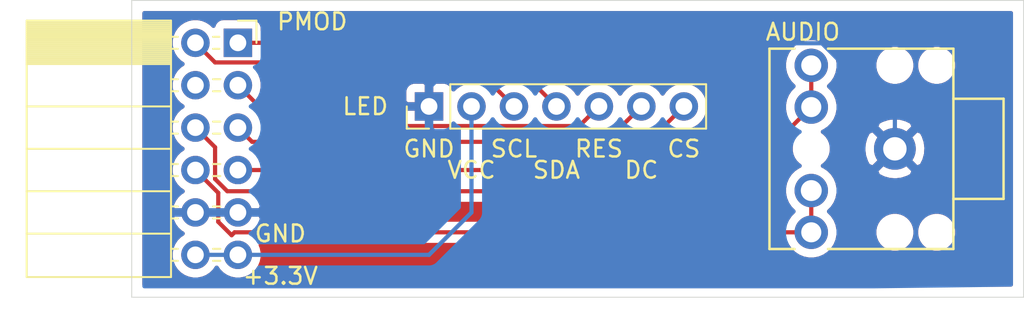
<source format=kicad_pcb>
(kicad_pcb (version 20171130) (host pcbnew 5.1.5)

  (general
    (thickness 1.6)
    (drawings 13)
    (tracks 44)
    (zones 0)
    (modules 3)
    (nets 11)
  )

  (page A4)
  (layers
    (0 F.Cu signal)
    (31 B.Cu signal)
    (32 B.Adhes user)
    (33 F.Adhes user)
    (34 B.Paste user)
    (35 F.Paste user)
    (36 B.SilkS user)
    (37 F.SilkS user)
    (38 B.Mask user)
    (39 F.Mask user)
    (40 Dwgs.User user)
    (41 Cmts.User user)
    (42 Eco1.User user)
    (43 Eco2.User user)
    (44 Edge.Cuts user)
    (45 Margin user)
    (46 B.CrtYd user)
    (47 F.CrtYd user)
    (48 B.Fab user)
    (49 F.Fab user)
  )

  (setup
    (last_trace_width 0.25)
    (trace_clearance 0.2)
    (zone_clearance 0.508)
    (zone_45_only no)
    (trace_min 0.2)
    (via_size 0.8)
    (via_drill 0.4)
    (via_min_size 0.4)
    (via_min_drill 0.3)
    (uvia_size 0.3)
    (uvia_drill 0.1)
    (uvias_allowed no)
    (uvia_min_size 0.2)
    (uvia_min_drill 0.1)
    (edge_width 0.05)
    (segment_width 0.2)
    (pcb_text_width 0.3)
    (pcb_text_size 1.5 1.5)
    (mod_edge_width 0.12)
    (mod_text_size 1 1)
    (mod_text_width 0.15)
    (pad_size 1.524 1.524)
    (pad_drill 0.762)
    (pad_to_mask_clearance 0.051)
    (solder_mask_min_width 0.25)
    (aux_axis_origin 0 0)
    (visible_elements FFFFFF7F)
    (pcbplotparams
      (layerselection 0x010fc_ffffffff)
      (usegerberextensions false)
      (usegerberattributes false)
      (usegerberadvancedattributes false)
      (creategerberjobfile false)
      (excludeedgelayer true)
      (linewidth 0.100000)
      (plotframeref false)
      (viasonmask false)
      (mode 1)
      (useauxorigin false)
      (hpglpennumber 1)
      (hpglpenspeed 20)
      (hpglpendiameter 15.000000)
      (psnegative false)
      (psa4output false)
      (plotreference true)
      (plotvalue true)
      (plotinvisibletext false)
      (padsonsilk false)
      (subtractmaskfromsilk false)
      (outputformat 1)
      (mirror false)
      (drillshape 1)
      (scaleselection 1)
      (outputdirectory ""))
  )

  (net 0 "")
  (net 1 +3V3)
  (net 2 GND)
  (net 3 AUDIO_R)
  (net 4 CS)
  (net 5 AUDIO_L)
  (net 6 DC)
  (net 7 "Net-(J1-Pad4)")
  (net 8 RES)
  (net 9 SCL)
  (net 10 SDA)

  (net_class Default "This is the default net class."
    (clearance 0.2)
    (trace_width 0.25)
    (via_dia 0.8)
    (via_drill 0.4)
    (uvia_dia 0.3)
    (uvia_drill 0.1)
    (add_net +3V3)
    (add_net AUDIO_L)
    (add_net AUDIO_R)
    (add_net CS)
    (add_net DC)
    (add_net GND)
    (add_net "Net-(J1-Pad4)")
    (add_net RES)
    (add_net SCL)
    (add_net SDA)
  )

  (module audio:AUDIO_JACK_3.5mm (layer F.Cu) (tedit 5A7F47D0) (tstamp 5E525521)
    (at 106.6 59.69 180)
    (path /5E52C24F)
    (fp_text reference AUDIO (at 5.5 7) (layer F.SilkS)
      (effects (font (size 1 1) (thickness 0.15)))
    )
    (fp_text value AudioJack2_Ground (at 8.5 0 90) (layer F.Fab)
      (effects (font (size 1 1) (thickness 0.15)))
    )
    (fp_line (start -3.5 5) (end -3.5 -5) (layer F.SilkS) (width 0.15))
    (fp_line (start -3.5 -6) (end 4 -6) (layer F.SilkS) (width 0.15))
    (fp_line (start -3.5 -5) (end -3.5 -6) (layer F.SilkS) (width 0.15))
    (fp_line (start 7.5 6) (end 6 6) (layer F.SilkS) (width 0.15))
    (fp_line (start 7.5 -6) (end 7.5 6) (layer F.SilkS) (width 0.15))
    (fp_line (start 6 -6) (end 7.5 -6) (layer F.SilkS) (width 0.15))
    (fp_line (start -3.5 6) (end -3.5 5) (layer F.SilkS) (width 0.15))
    (fp_line (start 4 6) (end -3.5 6) (layer F.SilkS) (width 0.15))
    (fp_line (start -6.5 3) (end -3.5 3) (layer F.SilkS) (width 0.15))
    (fp_line (start -6.5 -3) (end -6.5 3) (layer F.SilkS) (width 0.15))
    (fp_line (start -3.5 -3) (end -6.5 -3) (layer F.SilkS) (width 0.15))
    (pad "" np_thru_hole circle (at 5 0 180) (size 1.2 1.2) (drill 1.2) (layers *.Cu *.Mask))
    (pad "" np_thru_hole circle (at -2.5 5 180) (size 1.2 1.2) (drill 1.2) (layers *.Cu *.Mask))
    (pad "" np_thru_hole circle (at 0 5 180) (size 1.2 1.2) (drill 1.2) (layers *.Cu *.Mask))
    (pad "" np_thru_hole circle (at -2.5 -5 180) (size 1.2 1.2) (drill 1.2) (layers *.Cu *.Mask))
    (pad "" np_thru_hole circle (at 0 -5 180) (size 1.2 1.2) (drill 1.2) (layers *.Cu *.Mask))
    (pad S thru_hole circle (at 5 5 180) (size 2 2) (drill 1.2) (layers *.Cu *.Mask)
      (net 5 AUDIO_L))
    (pad S thru_hole circle (at 5 2.5 180) (size 2 2) (drill 1.2) (layers *.Cu *.Mask)
      (net 5 AUDIO_L))
    (pad T thru_hole circle (at 5 -5 180) (size 2 2) (drill 1.2) (layers *.Cu *.Mask)
      (net 3 AUDIO_R))
    (pad T thru_hole circle (at 5 -2.5 180) (size 2 2) (drill 1.25) (layers *.Cu *.Mask)
      (net 3 AUDIO_R))
    (pad G thru_hole circle (at 0 0 180) (size 2.5 2.5) (drill 1.4) (layers *.Cu *.Mask)
      (net 2 GND))
  )

  (module Connector_PinHeader_2.54mm:PinHeader_1x07_P2.54mm_Vertical (layer F.Cu) (tedit 59FED5CC) (tstamp 5E525508)
    (at 78.74 57.15 90)
    (descr "Through hole straight pin header, 1x07, 2.54mm pitch, single row")
    (tags "Through hole pin header THT 1x07 2.54mm single row")
    (path /5E532916)
    (fp_text reference LED (at 0 -3.81) (layer F.SilkS)
      (effects (font (size 1 1) (thickness 0.15)))
    )
    (fp_text value Conn_01x07 (at 0 17.57 90) (layer F.Fab)
      (effects (font (size 1 1) (thickness 0.15)))
    )
    (fp_text user %R (at 0 7.62) (layer F.Fab)
      (effects (font (size 1 1) (thickness 0.15)))
    )
    (fp_line (start 1.8 -1.8) (end -1.8 -1.8) (layer F.CrtYd) (width 0.05))
    (fp_line (start 1.8 17.05) (end 1.8 -1.8) (layer F.CrtYd) (width 0.05))
    (fp_line (start -1.8 17.05) (end 1.8 17.05) (layer F.CrtYd) (width 0.05))
    (fp_line (start -1.8 -1.8) (end -1.8 17.05) (layer F.CrtYd) (width 0.05))
    (fp_line (start -1.33 -1.33) (end 0 -1.33) (layer F.SilkS) (width 0.12))
    (fp_line (start -1.33 0) (end -1.33 -1.33) (layer F.SilkS) (width 0.12))
    (fp_line (start -1.33 1.27) (end 1.33 1.27) (layer F.SilkS) (width 0.12))
    (fp_line (start 1.33 1.27) (end 1.33 16.57) (layer F.SilkS) (width 0.12))
    (fp_line (start -1.33 1.27) (end -1.33 16.57) (layer F.SilkS) (width 0.12))
    (fp_line (start -1.33 16.57) (end 1.33 16.57) (layer F.SilkS) (width 0.12))
    (fp_line (start -1.27 -0.635) (end -0.635 -1.27) (layer F.Fab) (width 0.1))
    (fp_line (start -1.27 16.51) (end -1.27 -0.635) (layer F.Fab) (width 0.1))
    (fp_line (start 1.27 16.51) (end -1.27 16.51) (layer F.Fab) (width 0.1))
    (fp_line (start 1.27 -1.27) (end 1.27 16.51) (layer F.Fab) (width 0.1))
    (fp_line (start -0.635 -1.27) (end 1.27 -1.27) (layer F.Fab) (width 0.1))
    (pad 7 thru_hole oval (at 0 15.24 90) (size 1.7 1.7) (drill 1) (layers *.Cu *.Mask)
      (net 4 CS))
    (pad 6 thru_hole oval (at 0 12.7 90) (size 1.7 1.7) (drill 1) (layers *.Cu *.Mask)
      (net 6 DC))
    (pad 5 thru_hole oval (at 0 10.16 90) (size 1.7 1.7) (drill 1) (layers *.Cu *.Mask)
      (net 8 RES))
    (pad 4 thru_hole oval (at 0 7.62 90) (size 1.7 1.7) (drill 1) (layers *.Cu *.Mask)
      (net 10 SDA))
    (pad 3 thru_hole oval (at 0 5.08 90) (size 1.7 1.7) (drill 1) (layers *.Cu *.Mask)
      (net 9 SCL))
    (pad 2 thru_hole oval (at 0 2.54 90) (size 1.7 1.7) (drill 1) (layers *.Cu *.Mask)
      (net 1 +3V3))
    (pad 1 thru_hole rect (at 0 0 90) (size 1.7 1.7) (drill 1) (layers *.Cu *.Mask)
      (net 2 GND))
    (model ${KISYS3DMOD}/Connector_PinHeader_2.54mm.3dshapes/PinHeader_1x07_P2.54mm_Vertical.wrl
      (at (xyz 0 0 0))
      (scale (xyz 1 1 1))
      (rotate (xyz 0 0 0))
    )
  )

  (module Connector_PinSocket_2.54mm:PinSocket_2x06_P2.54mm_Horizontal (layer F.Cu) (tedit 5A19A42C) (tstamp 5E525494)
    (at 67.31 53.34)
    (descr "Through hole angled socket strip, 2x06, 2.54mm pitch, 8.51mm socket length, double cols (from Kicad 4.0.7), script generated")
    (tags "Through hole angled socket strip THT 2x06 2.54mm double row")
    (path /5E52E9CC)
    (fp_text reference PMOD (at 4.445 -1.27) (layer F.SilkS)
      (effects (font (size 1 1) (thickness 0.15)))
    )
    (fp_text value Conn_02x06_Odd_Even (at -5.65 15.47) (layer F.Fab)
      (effects (font (size 1 1) (thickness 0.15)))
    )
    (fp_text user %R (at -8.315 6.35 90) (layer F.Fab)
      (effects (font (size 1 1) (thickness 0.15)))
    )
    (fp_line (start 1.8 14.45) (end 1.8 -1.8) (layer F.CrtYd) (width 0.05))
    (fp_line (start -13.05 14.45) (end 1.8 14.45) (layer F.CrtYd) (width 0.05))
    (fp_line (start -13.05 -1.8) (end -13.05 14.45) (layer F.CrtYd) (width 0.05))
    (fp_line (start 1.8 -1.8) (end -13.05 -1.8) (layer F.CrtYd) (width 0.05))
    (fp_line (start 0 -1.33) (end 1.11 -1.33) (layer F.SilkS) (width 0.12))
    (fp_line (start 1.11 -1.33) (end 1.11 0) (layer F.SilkS) (width 0.12))
    (fp_line (start -12.63 -1.33) (end -12.63 14.03) (layer F.SilkS) (width 0.12))
    (fp_line (start -12.63 14.03) (end -4 14.03) (layer F.SilkS) (width 0.12))
    (fp_line (start -4 -1.33) (end -4 14.03) (layer F.SilkS) (width 0.12))
    (fp_line (start -12.63 -1.33) (end -4 -1.33) (layer F.SilkS) (width 0.12))
    (fp_line (start -12.63 11.43) (end -4 11.43) (layer F.SilkS) (width 0.12))
    (fp_line (start -12.63 8.89) (end -4 8.89) (layer F.SilkS) (width 0.12))
    (fp_line (start -12.63 6.35) (end -4 6.35) (layer F.SilkS) (width 0.12))
    (fp_line (start -12.63 3.81) (end -4 3.81) (layer F.SilkS) (width 0.12))
    (fp_line (start -12.63 1.27) (end -4 1.27) (layer F.SilkS) (width 0.12))
    (fp_line (start -1.49 13.06) (end -1.05 13.06) (layer F.SilkS) (width 0.12))
    (fp_line (start -4 13.06) (end -3.59 13.06) (layer F.SilkS) (width 0.12))
    (fp_line (start -1.49 12.34) (end -1.05 12.34) (layer F.SilkS) (width 0.12))
    (fp_line (start -4 12.34) (end -3.59 12.34) (layer F.SilkS) (width 0.12))
    (fp_line (start -1.49 10.52) (end -1.05 10.52) (layer F.SilkS) (width 0.12))
    (fp_line (start -4 10.52) (end -3.59 10.52) (layer F.SilkS) (width 0.12))
    (fp_line (start -1.49 9.8) (end -1.05 9.8) (layer F.SilkS) (width 0.12))
    (fp_line (start -4 9.8) (end -3.59 9.8) (layer F.SilkS) (width 0.12))
    (fp_line (start -1.49 7.98) (end -1.05 7.98) (layer F.SilkS) (width 0.12))
    (fp_line (start -4 7.98) (end -3.59 7.98) (layer F.SilkS) (width 0.12))
    (fp_line (start -1.49 7.26) (end -1.05 7.26) (layer F.SilkS) (width 0.12))
    (fp_line (start -4 7.26) (end -3.59 7.26) (layer F.SilkS) (width 0.12))
    (fp_line (start -1.49 5.44) (end -1.05 5.44) (layer F.SilkS) (width 0.12))
    (fp_line (start -4 5.44) (end -3.59 5.44) (layer F.SilkS) (width 0.12))
    (fp_line (start -1.49 4.72) (end -1.05 4.72) (layer F.SilkS) (width 0.12))
    (fp_line (start -4 4.72) (end -3.59 4.72) (layer F.SilkS) (width 0.12))
    (fp_line (start -1.49 2.9) (end -1.05 2.9) (layer F.SilkS) (width 0.12))
    (fp_line (start -4 2.9) (end -3.59 2.9) (layer F.SilkS) (width 0.12))
    (fp_line (start -1.49 2.18) (end -1.05 2.18) (layer F.SilkS) (width 0.12))
    (fp_line (start -4 2.18) (end -3.59 2.18) (layer F.SilkS) (width 0.12))
    (fp_line (start -1.49 0.36) (end -1.11 0.36) (layer F.SilkS) (width 0.12))
    (fp_line (start -4 0.36) (end -3.59 0.36) (layer F.SilkS) (width 0.12))
    (fp_line (start -1.49 -0.36) (end -1.11 -0.36) (layer F.SilkS) (width 0.12))
    (fp_line (start -4 -0.36) (end -3.59 -0.36) (layer F.SilkS) (width 0.12))
    (fp_line (start -12.63 1.1519) (end -4 1.1519) (layer F.SilkS) (width 0.12))
    (fp_line (start -12.63 1.033805) (end -4 1.033805) (layer F.SilkS) (width 0.12))
    (fp_line (start -12.63 0.91571) (end -4 0.91571) (layer F.SilkS) (width 0.12))
    (fp_line (start -12.63 0.797615) (end -4 0.797615) (layer F.SilkS) (width 0.12))
    (fp_line (start -12.63 0.67952) (end -4 0.67952) (layer F.SilkS) (width 0.12))
    (fp_line (start -12.63 0.561425) (end -4 0.561425) (layer F.SilkS) (width 0.12))
    (fp_line (start -12.63 0.44333) (end -4 0.44333) (layer F.SilkS) (width 0.12))
    (fp_line (start -12.63 0.325235) (end -4 0.325235) (layer F.SilkS) (width 0.12))
    (fp_line (start -12.63 0.20714) (end -4 0.20714) (layer F.SilkS) (width 0.12))
    (fp_line (start -12.63 0.089045) (end -4 0.089045) (layer F.SilkS) (width 0.12))
    (fp_line (start -12.63 -0.02905) (end -4 -0.02905) (layer F.SilkS) (width 0.12))
    (fp_line (start -12.63 -0.147145) (end -4 -0.147145) (layer F.SilkS) (width 0.12))
    (fp_line (start -12.63 -0.26524) (end -4 -0.26524) (layer F.SilkS) (width 0.12))
    (fp_line (start -12.63 -0.383335) (end -4 -0.383335) (layer F.SilkS) (width 0.12))
    (fp_line (start -12.63 -0.50143) (end -4 -0.50143) (layer F.SilkS) (width 0.12))
    (fp_line (start -12.63 -0.619525) (end -4 -0.619525) (layer F.SilkS) (width 0.12))
    (fp_line (start -12.63 -0.73762) (end -4 -0.73762) (layer F.SilkS) (width 0.12))
    (fp_line (start -12.63 -0.855715) (end -4 -0.855715) (layer F.SilkS) (width 0.12))
    (fp_line (start -12.63 -0.97381) (end -4 -0.97381) (layer F.SilkS) (width 0.12))
    (fp_line (start -12.63 -1.091905) (end -4 -1.091905) (layer F.SilkS) (width 0.12))
    (fp_line (start -12.63 -1.21) (end -4 -1.21) (layer F.SilkS) (width 0.12))
    (fp_line (start 0 13) (end 0 12.4) (layer F.Fab) (width 0.1))
    (fp_line (start -4.06 13) (end 0 13) (layer F.Fab) (width 0.1))
    (fp_line (start 0 12.4) (end -4.06 12.4) (layer F.Fab) (width 0.1))
    (fp_line (start 0 10.46) (end 0 9.86) (layer F.Fab) (width 0.1))
    (fp_line (start -4.06 10.46) (end 0 10.46) (layer F.Fab) (width 0.1))
    (fp_line (start 0 9.86) (end -4.06 9.86) (layer F.Fab) (width 0.1))
    (fp_line (start 0 7.92) (end 0 7.32) (layer F.Fab) (width 0.1))
    (fp_line (start -4.06 7.92) (end 0 7.92) (layer F.Fab) (width 0.1))
    (fp_line (start 0 7.32) (end -4.06 7.32) (layer F.Fab) (width 0.1))
    (fp_line (start 0 5.38) (end 0 4.78) (layer F.Fab) (width 0.1))
    (fp_line (start -4.06 5.38) (end 0 5.38) (layer F.Fab) (width 0.1))
    (fp_line (start 0 4.78) (end -4.06 4.78) (layer F.Fab) (width 0.1))
    (fp_line (start 0 2.84) (end 0 2.24) (layer F.Fab) (width 0.1))
    (fp_line (start -4.06 2.84) (end 0 2.84) (layer F.Fab) (width 0.1))
    (fp_line (start 0 2.24) (end -4.06 2.24) (layer F.Fab) (width 0.1))
    (fp_line (start 0 0.3) (end 0 -0.3) (layer F.Fab) (width 0.1))
    (fp_line (start -4.06 0.3) (end 0 0.3) (layer F.Fab) (width 0.1))
    (fp_line (start 0 -0.3) (end -4.06 -0.3) (layer F.Fab) (width 0.1))
    (fp_line (start -12.57 13.97) (end -12.57 -1.27) (layer F.Fab) (width 0.1))
    (fp_line (start -4.06 13.97) (end -12.57 13.97) (layer F.Fab) (width 0.1))
    (fp_line (start -4.06 -0.3) (end -4.06 13.97) (layer F.Fab) (width 0.1))
    (fp_line (start -5.03 -1.27) (end -4.06 -0.3) (layer F.Fab) (width 0.1))
    (fp_line (start -12.57 -1.27) (end -5.03 -1.27) (layer F.Fab) (width 0.1))
    (pad 12 thru_hole oval (at -2.54 12.7) (size 1.7 1.7) (drill 1) (layers *.Cu *.Mask)
      (net 1 +3V3))
    (pad 11 thru_hole oval (at 0 12.7) (size 1.7 1.7) (drill 1) (layers *.Cu *.Mask)
      (net 1 +3V3))
    (pad 10 thru_hole oval (at -2.54 10.16) (size 1.7 1.7) (drill 1) (layers *.Cu *.Mask)
      (net 2 GND))
    (pad 9 thru_hole oval (at 0 10.16) (size 1.7 1.7) (drill 1) (layers *.Cu *.Mask)
      (net 2 GND))
    (pad 8 thru_hole oval (at -2.54 7.62) (size 1.7 1.7) (drill 1) (layers *.Cu *.Mask)
      (net 3 AUDIO_R))
    (pad 7 thru_hole oval (at 0 7.62) (size 1.7 1.7) (drill 1) (layers *.Cu *.Mask)
      (net 4 CS))
    (pad 6 thru_hole oval (at -2.54 5.08) (size 1.7 1.7) (drill 1) (layers *.Cu *.Mask)
      (net 5 AUDIO_L))
    (pad 5 thru_hole oval (at 0 5.08) (size 1.7 1.7) (drill 1) (layers *.Cu *.Mask)
      (net 6 DC))
    (pad 4 thru_hole oval (at -2.54 2.54) (size 1.7 1.7) (drill 1) (layers *.Cu *.Mask)
      (net 7 "Net-(J1-Pad4)"))
    (pad 3 thru_hole oval (at 0 2.54) (size 1.7 1.7) (drill 1) (layers *.Cu *.Mask)
      (net 8 RES))
    (pad 2 thru_hole oval (at -2.54 0) (size 1.7 1.7) (drill 1) (layers *.Cu *.Mask)
      (net 9 SCL))
    (pad 1 thru_hole rect (at 0 0) (size 1.7 1.7) (drill 1) (layers *.Cu *.Mask)
      (net 10 SDA))
    (model ${KISYS3DMOD}/Connector_PinSocket_2.54mm.3dshapes/PinSocket_2x06_P2.54mm_Horizontal.wrl
      (at (xyz 0 0 0))
      (scale (xyz 1 1 1))
      (rotate (xyz 0 0 0))
    )
  )

  (gr_text CS (at 93.98 59.69) (layer F.SilkS)
    (effects (font (size 1 1) (thickness 0.15)))
  )
  (gr_text DC (at 91.44 60.96) (layer F.SilkS)
    (effects (font (size 1 1) (thickness 0.15)))
  )
  (gr_text RES (at 88.9 59.69) (layer F.SilkS)
    (effects (font (size 1 1) (thickness 0.15)))
  )
  (gr_text SDA (at 86.36 60.96) (layer F.SilkS)
    (effects (font (size 1 1) (thickness 0.15)))
  )
  (gr_text SCL (at 83.82 59.69) (layer F.SilkS)
    (effects (font (size 1 1) (thickness 0.15)))
  )
  (gr_text VCC (at 81.28 60.96) (layer F.SilkS)
    (effects (font (size 1 1) (thickness 0.15)))
  )
  (gr_text GND (at 78.74 59.69) (layer F.SilkS)
    (effects (font (size 1 1) (thickness 0.15)))
  )
  (gr_text GND (at 69.85 64.77) (layer F.SilkS)
    (effects (font (size 1 1) (thickness 0.15)))
  )
  (gr_text +3.3V (at 69.85 67.31) (layer F.SilkS)
    (effects (font (size 1 1) (thickness 0.15)))
  )
  (gr_line (start 60.96 50.8) (end 60.96 68.58) (layer Edge.Cuts) (width 0.05) (tstamp 5E525C09))
  (gr_line (start 114.3 50.8) (end 114.3 68.58) (layer Edge.Cuts) (width 0.05) (tstamp 5E525C08))
  (gr_line (start 60.96 68.58) (end 114.3 68.58) (layer Edge.Cuts) (width 0.05))
  (gr_line (start 60.96 50.8) (end 114.3 50.8) (layer Edge.Cuts) (width 0.05))

  (segment (start 81.28 63.5) (end 81.28 57.15) (width 0.25) (layer B.Cu) (net 1))
  (segment (start 67.31 66.04) (end 78.74 66.04) (width 0.25) (layer B.Cu) (net 1))
  (segment (start 78.74 66.04) (end 81.28 63.5) (width 0.25) (layer B.Cu) (net 1))
  (segment (start 64.77 66.04) (end 67.31 66.04) (width 0.25) (layer B.Cu) (net 1))
  (segment (start 67.31 63.5) (end 77.47 63.5) (width 0.25) (layer B.Cu) (net 2))
  (segment (start 78.74 62.23) (end 78.74 57.15) (width 0.25) (layer B.Cu) (net 2))
  (segment (start 77.47 63.5) (end 78.74 62.23) (width 0.25) (layer B.Cu) (net 2))
  (segment (start 106.6 57.728998) (end 106.6 57.922234) (width 0.25) (layer B.Cu) (net 2))
  (segment (start 81.425001 53.364999) (end 102.236001 53.364999) (width 0.25) (layer B.Cu) (net 2))
  (segment (start 102.236001 53.364999) (end 106.6 57.728998) (width 0.25) (layer B.Cu) (net 2))
  (segment (start 78.74 56.05) (end 81.425001 53.364999) (width 0.25) (layer B.Cu) (net 2))
  (segment (start 106.6 57.922234) (end 106.6 59.69) (width 0.25) (layer B.Cu) (net 2))
  (segment (start 78.74 57.15) (end 78.74 56.05) (width 0.25) (layer B.Cu) (net 2))
  (segment (start 64.77 63.5) (end 67.31 63.5) (width 0.25) (layer B.Cu) (net 2))
  (segment (start 66.134999 64.064001) (end 66.935997 64.864999) (width 0.25) (layer F.Cu) (net 3))
  (segment (start 66.134999 62.324999) (end 66.134999 64.064001) (width 0.25) (layer F.Cu) (net 3))
  (segment (start 64.77 60.96) (end 66.134999 62.324999) (width 0.25) (layer F.Cu) (net 3))
  (segment (start 101.425001 64.864999) (end 101.6 64.69) (width 0.25) (layer F.Cu) (net 3))
  (segment (start 67.110996 64.69) (end 101.6 64.69) (width 0.25) (layer F.Cu) (net 3))
  (segment (start 66.935997 64.864999) (end 67.110996 64.69) (width 0.25) (layer F.Cu) (net 3))
  (segment (start 101.6 64.69) (end 101.6 62.19) (width 0.25) (layer F.Cu) (net 3))
  (segment (start 90.17 60.96) (end 92.71 58.42) (width 0.25) (layer F.Cu) (net 4))
  (segment (start 67.31 60.96) (end 90.17 60.96) (width 0.25) (layer F.Cu) (net 4))
  (segment (start 92.71 58.42) (end 93.98 57.15) (width 0.25) (layer F.Cu) (net 4))
  (segment (start 65.945001 61.498591) (end 66.67641 62.23) (width 0.25) (layer F.Cu) (net 5))
  (segment (start 64.77 58.42) (end 65.945001 59.595001) (width 0.25) (layer F.Cu) (net 5))
  (segment (start 65.945001 59.595001) (end 65.945001 61.498591) (width 0.25) (layer F.Cu) (net 5))
  (segment (start 96.56 62.23) (end 101.6 57.19) (width 0.25) (layer F.Cu) (net 5))
  (segment (start 66.67641 62.23) (end 96.56 62.23) (width 0.25) (layer F.Cu) (net 5))
  (segment (start 101.6 57.19) (end 101.6 54.69) (width 0.25) (layer F.Cu) (net 5))
  (segment (start 90.590001 57.999999) (end 91.44 57.15) (width 0.25) (layer F.Cu) (net 6))
  (segment (start 68.159999 59.269999) (end 89.320001 59.269999) (width 0.25) (layer F.Cu) (net 6))
  (segment (start 89.320001 59.269999) (end 90.590001 57.999999) (width 0.25) (layer F.Cu) (net 6))
  (segment (start 67.31 58.42) (end 68.159999 59.269999) (width 0.25) (layer F.Cu) (net 6))
  (segment (start 87.724999 58.325001) (end 88.050001 57.999999) (width 0.25) (layer F.Cu) (net 8))
  (segment (start 88.050001 57.999999) (end 88.9 57.15) (width 0.25) (layer F.Cu) (net 8))
  (segment (start 69.755001 58.325001) (end 87.724999 58.325001) (width 0.25) (layer F.Cu) (net 8))
  (segment (start 67.31 55.88) (end 69.755001 58.325001) (width 0.25) (layer F.Cu) (net 8))
  (segment (start 82.970001 56.300001) (end 83.82 57.15) (width 0.25) (layer F.Cu) (net 9))
  (segment (start 81.185001 54.515001) (end 82.970001 56.300001) (width 0.25) (layer F.Cu) (net 9))
  (segment (start 65.945001 54.515001) (end 81.185001 54.515001) (width 0.25) (layer F.Cu) (net 9))
  (segment (start 64.77 53.34) (end 65.945001 54.515001) (width 0.25) (layer F.Cu) (net 9))
  (segment (start 82.55 53.34) (end 86.36 57.15) (width 0.25) (layer F.Cu) (net 10))
  (segment (start 67.31 53.34) (end 82.55 53.34) (width 0.25) (layer F.Cu) (net 10))

  (zone (net 2) (net_name GND) (layer F.Cu) (tstamp 0) (hatch edge 0.508)
    (connect_pads (clearance 0.508))
    (min_thickness 0.254)
    (fill yes (arc_segments 32) (thermal_gap 0.508) (thermal_bridge_width 0.508))
    (polygon
      (pts
        (xy 113.665 67.945) (xy 61.595 67.945) (xy 61.595 51.435) (xy 113.665 51.435)
      )
    )
    (filled_polygon
      (pts
        (xy 113.538 67.818) (xy 61.722 67.818) (xy 61.722 53.19374) (xy 63.285 53.19374) (xy 63.285 53.48626)
        (xy 63.342068 53.773158) (xy 63.45401 54.043411) (xy 63.616525 54.286632) (xy 63.823368 54.493475) (xy 63.99776 54.61)
        (xy 63.823368 54.726525) (xy 63.616525 54.933368) (xy 63.45401 55.176589) (xy 63.342068 55.446842) (xy 63.285 55.73374)
        (xy 63.285 56.02626) (xy 63.342068 56.313158) (xy 63.45401 56.583411) (xy 63.616525 56.826632) (xy 63.823368 57.033475)
        (xy 63.99776 57.15) (xy 63.823368 57.266525) (xy 63.616525 57.473368) (xy 63.45401 57.716589) (xy 63.342068 57.986842)
        (xy 63.285 58.27374) (xy 63.285 58.56626) (xy 63.342068 58.853158) (xy 63.45401 59.123411) (xy 63.616525 59.366632)
        (xy 63.823368 59.573475) (xy 63.99776 59.69) (xy 63.823368 59.806525) (xy 63.616525 60.013368) (xy 63.45401 60.256589)
        (xy 63.342068 60.526842) (xy 63.285 60.81374) (xy 63.285 61.10626) (xy 63.342068 61.393158) (xy 63.45401 61.663411)
        (xy 63.616525 61.906632) (xy 63.823368 62.113475) (xy 64.005534 62.235195) (xy 63.888645 62.304822) (xy 63.672412 62.499731)
        (xy 63.498359 62.73308) (xy 63.373175 62.995901) (xy 63.328524 63.14311) (xy 63.449845 63.373) (xy 64.643 63.373)
        (xy 64.643 63.353) (xy 64.897 63.353) (xy 64.897 63.373) (xy 64.917 63.373) (xy 64.917 63.627)
        (xy 64.897 63.627) (xy 64.897 63.647) (xy 64.643 63.647) (xy 64.643 63.627) (xy 63.449845 63.627)
        (xy 63.328524 63.85689) (xy 63.373175 64.004099) (xy 63.498359 64.26692) (xy 63.672412 64.500269) (xy 63.888645 64.695178)
        (xy 64.005534 64.764805) (xy 63.823368 64.886525) (xy 63.616525 65.093368) (xy 63.45401 65.336589) (xy 63.342068 65.606842)
        (xy 63.285 65.89374) (xy 63.285 66.18626) (xy 63.342068 66.473158) (xy 63.45401 66.743411) (xy 63.616525 66.986632)
        (xy 63.823368 67.193475) (xy 64.066589 67.35599) (xy 64.336842 67.467932) (xy 64.62374 67.525) (xy 64.91626 67.525)
        (xy 65.203158 67.467932) (xy 65.473411 67.35599) (xy 65.716632 67.193475) (xy 65.923475 66.986632) (xy 66.04 66.81224)
        (xy 66.156525 66.986632) (xy 66.363368 67.193475) (xy 66.606589 67.35599) (xy 66.876842 67.467932) (xy 67.16374 67.525)
        (xy 67.45626 67.525) (xy 67.743158 67.467932) (xy 68.013411 67.35599) (xy 68.256632 67.193475) (xy 68.463475 66.986632)
        (xy 68.62599 66.743411) (xy 68.737932 66.473158) (xy 68.795 66.18626) (xy 68.795 65.89374) (xy 68.737932 65.606842)
        (xy 68.672966 65.45) (xy 100.145091 65.45) (xy 100.151082 65.464463) (xy 100.330013 65.732252) (xy 100.557748 65.959987)
        (xy 100.825537 66.138918) (xy 101.123088 66.262168) (xy 101.438967 66.325) (xy 101.761033 66.325) (xy 102.076912 66.262168)
        (xy 102.374463 66.138918) (xy 102.642252 65.959987) (xy 102.869987 65.732252) (xy 103.048918 65.464463) (xy 103.172168 65.166912)
        (xy 103.235 64.851033) (xy 103.235 64.568363) (xy 105.365 64.568363) (xy 105.365 64.811637) (xy 105.41246 65.050236)
        (xy 105.505557 65.274992) (xy 105.640713 65.477267) (xy 105.812733 65.649287) (xy 106.015008 65.784443) (xy 106.239764 65.87754)
        (xy 106.478363 65.925) (xy 106.721637 65.925) (xy 106.960236 65.87754) (xy 107.184992 65.784443) (xy 107.387267 65.649287)
        (xy 107.559287 65.477267) (xy 107.694443 65.274992) (xy 107.78754 65.050236) (xy 107.835 64.811637) (xy 107.835 64.568363)
        (xy 107.865 64.568363) (xy 107.865 64.811637) (xy 107.91246 65.050236) (xy 108.005557 65.274992) (xy 108.140713 65.477267)
        (xy 108.312733 65.649287) (xy 108.515008 65.784443) (xy 108.739764 65.87754) (xy 108.978363 65.925) (xy 109.221637 65.925)
        (xy 109.460236 65.87754) (xy 109.684992 65.784443) (xy 109.887267 65.649287) (xy 110.059287 65.477267) (xy 110.194443 65.274992)
        (xy 110.28754 65.050236) (xy 110.335 64.811637) (xy 110.335 64.568363) (xy 110.28754 64.329764) (xy 110.194443 64.105008)
        (xy 110.059287 63.902733) (xy 109.887267 63.730713) (xy 109.684992 63.595557) (xy 109.460236 63.50246) (xy 109.221637 63.455)
        (xy 108.978363 63.455) (xy 108.739764 63.50246) (xy 108.515008 63.595557) (xy 108.312733 63.730713) (xy 108.140713 63.902733)
        (xy 108.005557 64.105008) (xy 107.91246 64.329764) (xy 107.865 64.568363) (xy 107.835 64.568363) (xy 107.78754 64.329764)
        (xy 107.694443 64.105008) (xy 107.559287 63.902733) (xy 107.387267 63.730713) (xy 107.184992 63.595557) (xy 106.960236 63.50246)
        (xy 106.721637 63.455) (xy 106.478363 63.455) (xy 106.239764 63.50246) (xy 106.015008 63.595557) (xy 105.812733 63.730713)
        (xy 105.640713 63.902733) (xy 105.505557 64.105008) (xy 105.41246 64.329764) (xy 105.365 64.568363) (xy 103.235 64.568363)
        (xy 103.235 64.528967) (xy 103.172168 64.213088) (xy 103.048918 63.915537) (xy 102.869987 63.647748) (xy 102.662239 63.44)
        (xy 102.869987 63.232252) (xy 103.048918 62.964463) (xy 103.172168 62.666912) (xy 103.235 62.351033) (xy 103.235 62.028967)
        (xy 103.172168 61.713088) (xy 103.048918 61.415537) (xy 102.869987 61.147748) (xy 102.725844 61.003605) (xy 105.466 61.003605)
        (xy 105.591914 61.293577) (xy 105.924126 61.459433) (xy 106.282312 61.55729) (xy 106.652706 61.583389) (xy 107.021075 61.536725)
        (xy 107.373262 61.419094) (xy 107.608086 61.293577) (xy 107.734 61.003605) (xy 106.6 59.869605) (xy 105.466 61.003605)
        (xy 102.725844 61.003605) (xy 102.642252 60.920013) (xy 102.374463 60.741082) (xy 102.29756 60.709228) (xy 102.387267 60.649287)
        (xy 102.559287 60.477267) (xy 102.694443 60.274992) (xy 102.78754 60.050236) (xy 102.835 59.811637) (xy 102.835 59.742706)
        (xy 104.706611 59.742706) (xy 104.753275 60.111075) (xy 104.870906 60.463262) (xy 104.996423 60.698086) (xy 105.286395 60.824)
        (xy 106.420395 59.69) (xy 106.779605 59.69) (xy 107.913605 60.824) (xy 108.203577 60.698086) (xy 108.369433 60.365874)
        (xy 108.46729 60.007688) (xy 108.493389 59.637294) (xy 108.446725 59.268925) (xy 108.329094 58.916738) (xy 108.203577 58.681914)
        (xy 107.913605 58.556) (xy 106.779605 59.69) (xy 106.420395 59.69) (xy 105.286395 58.556) (xy 104.996423 58.681914)
        (xy 104.830567 59.014126) (xy 104.73271 59.372312) (xy 104.706611 59.742706) (xy 102.835 59.742706) (xy 102.835 59.568363)
        (xy 102.78754 59.329764) (xy 102.694443 59.105008) (xy 102.559287 58.902733) (xy 102.387267 58.730713) (xy 102.29756 58.670772)
        (xy 102.374463 58.638918) (xy 102.642252 58.459987) (xy 102.725844 58.376395) (xy 105.466 58.376395) (xy 106.6 59.510395)
        (xy 107.734 58.376395) (xy 107.608086 58.086423) (xy 107.275874 57.920567) (xy 106.917688 57.82271) (xy 106.547294 57.796611)
        (xy 106.178925 57.843275) (xy 105.826738 57.960906) (xy 105.591914 58.086423) (xy 105.466 58.376395) (xy 102.725844 58.376395)
        (xy 102.869987 58.232252) (xy 103.048918 57.964463) (xy 103.172168 57.666912) (xy 103.235 57.351033) (xy 103.235 57.028967)
        (xy 103.172168 56.713088) (xy 103.048918 56.415537) (xy 102.869987 56.147748) (xy 102.662239 55.94) (xy 102.869987 55.732252)
        (xy 103.048918 55.464463) (xy 103.172168 55.166912) (xy 103.235 54.851033) (xy 103.235 54.568363) (xy 105.365 54.568363)
        (xy 105.365 54.811637) (xy 105.41246 55.050236) (xy 105.505557 55.274992) (xy 105.640713 55.477267) (xy 105.812733 55.649287)
        (xy 106.015008 55.784443) (xy 106.239764 55.87754) (xy 106.478363 55.925) (xy 106.721637 55.925) (xy 106.960236 55.87754)
        (xy 107.184992 55.784443) (xy 107.387267 55.649287) (xy 107.559287 55.477267) (xy 107.694443 55.274992) (xy 107.78754 55.050236)
        (xy 107.835 54.811637) (xy 107.835 54.568363) (xy 107.865 54.568363) (xy 107.865 54.811637) (xy 107.91246 55.050236)
        (xy 108.005557 55.274992) (xy 108.140713 55.477267) (xy 108.312733 55.649287) (xy 108.515008 55.784443) (xy 108.739764 55.87754)
        (xy 108.978363 55.925) (xy 109.221637 55.925) (xy 109.460236 55.87754) (xy 109.684992 55.784443) (xy 109.887267 55.649287)
        (xy 110.059287 55.477267) (xy 110.194443 55.274992) (xy 110.28754 55.050236) (xy 110.335 54.811637) (xy 110.335 54.568363)
        (xy 110.28754 54.329764) (xy 110.194443 54.105008) (xy 110.059287 53.902733) (xy 109.887267 53.730713) (xy 109.684992 53.595557)
        (xy 109.460236 53.50246) (xy 109.221637 53.455) (xy 108.978363 53.455) (xy 108.739764 53.50246) (xy 108.515008 53.595557)
        (xy 108.312733 53.730713) (xy 108.140713 53.902733) (xy 108.005557 54.105008) (xy 107.91246 54.329764) (xy 107.865 54.568363)
        (xy 107.835 54.568363) (xy 107.78754 54.329764) (xy 107.694443 54.105008) (xy 107.559287 53.902733) (xy 107.387267 53.730713)
        (xy 107.184992 53.595557) (xy 106.960236 53.50246) (xy 106.721637 53.455) (xy 106.478363 53.455) (xy 106.239764 53.50246)
        (xy 106.015008 53.595557) (xy 105.812733 53.730713) (xy 105.640713 53.902733) (xy 105.505557 54.105008) (xy 105.41246 54.329764)
        (xy 105.365 54.568363) (xy 103.235 54.568363) (xy 103.235 54.528967) (xy 103.172168 54.213088) (xy 103.048918 53.915537)
        (xy 102.869987 53.647748) (xy 102.642252 53.420013) (xy 102.374463 53.241082) (xy 102.076912 53.117832) (xy 101.761033 53.055)
        (xy 101.438967 53.055) (xy 101.123088 53.117832) (xy 100.825537 53.241082) (xy 100.557748 53.420013) (xy 100.330013 53.647748)
        (xy 100.151082 53.915537) (xy 100.027832 54.213088) (xy 99.965 54.528967) (xy 99.965 54.851033) (xy 100.027832 55.166912)
        (xy 100.151082 55.464463) (xy 100.330013 55.732252) (xy 100.537761 55.94) (xy 100.330013 56.147748) (xy 100.151082 56.415537)
        (xy 100.027832 56.713088) (xy 99.965 57.028967) (xy 99.965 57.351033) (xy 100.027832 57.666912) (xy 100.033823 57.681375)
        (xy 96.245199 61.47) (xy 90.734801 61.47) (xy 93.273799 58.931004) (xy 93.273808 58.930993) (xy 93.613592 58.591209)
        (xy 93.83374 58.635) (xy 94.12626 58.635) (xy 94.413158 58.577932) (xy 94.683411 58.46599) (xy 94.926632 58.303475)
        (xy 95.133475 58.096632) (xy 95.29599 57.853411) (xy 95.407932 57.583158) (xy 95.465 57.29626) (xy 95.465 57.00374)
        (xy 95.407932 56.716842) (xy 95.29599 56.446589) (xy 95.133475 56.203368) (xy 94.926632 55.996525) (xy 94.683411 55.83401)
        (xy 94.413158 55.722068) (xy 94.12626 55.665) (xy 93.83374 55.665) (xy 93.546842 55.722068) (xy 93.276589 55.83401)
        (xy 93.033368 55.996525) (xy 92.826525 56.203368) (xy 92.71 56.37776) (xy 92.593475 56.203368) (xy 92.386632 55.996525)
        (xy 92.143411 55.83401) (xy 91.873158 55.722068) (xy 91.58626 55.665) (xy 91.29374 55.665) (xy 91.006842 55.722068)
        (xy 90.736589 55.83401) (xy 90.493368 55.996525) (xy 90.286525 56.203368) (xy 90.17 56.37776) (xy 90.053475 56.203368)
        (xy 89.846632 55.996525) (xy 89.603411 55.83401) (xy 89.333158 55.722068) (xy 89.04626 55.665) (xy 88.75374 55.665)
        (xy 88.466842 55.722068) (xy 88.196589 55.83401) (xy 87.953368 55.996525) (xy 87.746525 56.203368) (xy 87.63 56.37776)
        (xy 87.513475 56.203368) (xy 87.306632 55.996525) (xy 87.063411 55.83401) (xy 86.793158 55.722068) (xy 86.50626 55.665)
        (xy 86.21374 55.665) (xy 85.993592 55.70879) (xy 83.113804 52.829003) (xy 83.090001 52.799999) (xy 82.974276 52.705026)
        (xy 82.842247 52.634454) (xy 82.698986 52.590997) (xy 82.587333 52.58) (xy 82.587322 52.58) (xy 82.55 52.576324)
        (xy 82.512678 52.58) (xy 68.798072 52.58) (xy 68.798072 52.49) (xy 68.785812 52.365518) (xy 68.749502 52.24582)
        (xy 68.690537 52.135506) (xy 68.611185 52.038815) (xy 68.514494 51.959463) (xy 68.40418 51.900498) (xy 68.284482 51.864188)
        (xy 68.16 51.851928) (xy 66.46 51.851928) (xy 66.335518 51.864188) (xy 66.21582 51.900498) (xy 66.105506 51.959463)
        (xy 66.008815 52.038815) (xy 65.929463 52.135506) (xy 65.870498 52.24582) (xy 65.848487 52.31838) (xy 65.716632 52.186525)
        (xy 65.473411 52.02401) (xy 65.203158 51.912068) (xy 64.91626 51.855) (xy 64.62374 51.855) (xy 64.336842 51.912068)
        (xy 64.066589 52.02401) (xy 63.823368 52.186525) (xy 63.616525 52.393368) (xy 63.45401 52.636589) (xy 63.342068 52.906842)
        (xy 63.285 53.19374) (xy 61.722 53.19374) (xy 61.722 51.562) (xy 113.538 51.562)
      )
    )
    (filled_polygon
      (pts
        (xy 100.365 59.568363) (xy 100.365 59.811637) (xy 100.41246 60.050236) (xy 100.505557 60.274992) (xy 100.640713 60.477267)
        (xy 100.812733 60.649287) (xy 100.90244 60.709228) (xy 100.825537 60.741082) (xy 100.557748 60.920013) (xy 100.330013 61.147748)
        (xy 100.151082 61.415537) (xy 100.027832 61.713088) (xy 99.965 62.028967) (xy 99.965 62.351033) (xy 100.027832 62.666912)
        (xy 100.151082 62.964463) (xy 100.330013 63.232252) (xy 100.537761 63.44) (xy 100.330013 63.647748) (xy 100.151082 63.915537)
        (xy 100.145091 63.93) (xy 68.7293 63.93) (xy 68.751476 63.85689) (xy 68.630155 63.627) (xy 67.437 63.627)
        (xy 67.437 63.647) (xy 67.183 63.647) (xy 67.183 63.627) (xy 67.163 63.627) (xy 67.163 63.373)
        (xy 67.183 63.373) (xy 67.183 63.353) (xy 67.437 63.353) (xy 67.437 63.373) (xy 68.630155 63.373)
        (xy 68.751476 63.14311) (xy 68.706825 62.995901) (xy 68.704014 62.99) (xy 96.522678 62.99) (xy 96.56 62.993676)
        (xy 96.597322 62.99) (xy 96.597333 62.99) (xy 96.708986 62.979003) (xy 96.852247 62.935546) (xy 96.984276 62.864974)
        (xy 97.100001 62.770001) (xy 97.123804 62.740997) (xy 100.382024 59.482778)
      )
    )
    (filled_polygon
      (pts
        (xy 81.260199 55.665) (xy 81.13374 55.665) (xy 80.846842 55.722068) (xy 80.576589 55.83401) (xy 80.333368 55.996525)
        (xy 80.201513 56.12838) (xy 80.179502 56.05582) (xy 80.120537 55.945506) (xy 80.041185 55.848815) (xy 79.944494 55.769463)
        (xy 79.83418 55.710498) (xy 79.714482 55.674188) (xy 79.59 55.661928) (xy 79.02575 55.665) (xy 78.867 55.82375)
        (xy 78.867 57.023) (xy 78.887 57.023) (xy 78.887 57.277) (xy 78.867 57.277) (xy 78.867 57.297)
        (xy 78.613 57.297) (xy 78.613 57.277) (xy 77.41375 57.277) (xy 77.255 57.43575) (xy 77.254296 57.565001)
        (xy 70.069803 57.565001) (xy 68.804802 56.3) (xy 77.251928 56.3) (xy 77.255 56.86425) (xy 77.41375 57.023)
        (xy 78.613 57.023) (xy 78.613 55.82375) (xy 78.45425 55.665) (xy 77.89 55.661928) (xy 77.765518 55.674188)
        (xy 77.64582 55.710498) (xy 77.535506 55.769463) (xy 77.438815 55.848815) (xy 77.359463 55.945506) (xy 77.300498 56.05582)
        (xy 77.264188 56.175518) (xy 77.251928 56.3) (xy 68.804802 56.3) (xy 68.751209 56.246408) (xy 68.795 56.02626)
        (xy 68.795 55.73374) (xy 68.737932 55.446842) (xy 68.666753 55.275001) (xy 80.8702 55.275001)
      )
    )
  )
  (zone (net 2) (net_name GND) (layer B.Cu) (tstamp 0) (hatch edge 0.508)
    (connect_pads (clearance 0.508))
    (min_thickness 0.254)
    (fill yes (arc_segments 32) (thermal_gap 0.508) (thermal_bridge_width 0.508))
    (polygon
      (pts
        (xy 113.665 67.945) (xy 61.595 68.58) (xy 61.595 51.435) (xy 113.665 51.435)
      )
    )
    (filled_polygon
      (pts
        (xy 113.538 67.819539) (xy 105.300192 67.92) (xy 61.722 67.92) (xy 61.722 65.89374) (xy 63.285 65.89374)
        (xy 63.285 66.18626) (xy 63.342068 66.473158) (xy 63.45401 66.743411) (xy 63.616525 66.986632) (xy 63.823368 67.193475)
        (xy 64.066589 67.35599) (xy 64.336842 67.467932) (xy 64.62374 67.525) (xy 64.91626 67.525) (xy 65.203158 67.467932)
        (xy 65.473411 67.35599) (xy 65.716632 67.193475) (xy 65.923475 66.986632) (xy 66.04 66.81224) (xy 66.156525 66.986632)
        (xy 66.363368 67.193475) (xy 66.606589 67.35599) (xy 66.876842 67.467932) (xy 67.16374 67.525) (xy 67.45626 67.525)
        (xy 67.743158 67.467932) (xy 68.013411 67.35599) (xy 68.256632 67.193475) (xy 68.463475 66.986632) (xy 68.588178 66.8)
        (xy 78.702678 66.8) (xy 78.74 66.803676) (xy 78.777322 66.8) (xy 78.777333 66.8) (xy 78.888986 66.789003)
        (xy 79.032247 66.745546) (xy 79.164276 66.674974) (xy 79.280001 66.580001) (xy 79.303804 66.550997) (xy 81.791009 64.063794)
        (xy 81.820001 64.040001) (xy 81.843795 64.011008) (xy 81.843799 64.011004) (xy 81.914973 63.924277) (xy 81.914974 63.924276)
        (xy 81.985546 63.792247) (xy 82.029003 63.648986) (xy 82.04 63.537333) (xy 82.04 63.537324) (xy 82.043676 63.500001)
        (xy 82.04 63.462678) (xy 82.04 58.428178) (xy 82.226632 58.303475) (xy 82.433475 58.096632) (xy 82.55 57.92224)
        (xy 82.666525 58.096632) (xy 82.873368 58.303475) (xy 83.116589 58.46599) (xy 83.386842 58.577932) (xy 83.67374 58.635)
        (xy 83.96626 58.635) (xy 84.253158 58.577932) (xy 84.523411 58.46599) (xy 84.766632 58.303475) (xy 84.973475 58.096632)
        (xy 85.09 57.92224) (xy 85.206525 58.096632) (xy 85.413368 58.303475) (xy 85.656589 58.46599) (xy 85.926842 58.577932)
        (xy 86.21374 58.635) (xy 86.50626 58.635) (xy 86.793158 58.577932) (xy 87.063411 58.46599) (xy 87.306632 58.303475)
        (xy 87.513475 58.096632) (xy 87.63 57.92224) (xy 87.746525 58.096632) (xy 87.953368 58.303475) (xy 88.196589 58.46599)
        (xy 88.466842 58.577932) (xy 88.75374 58.635) (xy 89.04626 58.635) (xy 89.333158 58.577932) (xy 89.603411 58.46599)
        (xy 89.846632 58.303475) (xy 90.053475 58.096632) (xy 90.17 57.92224) (xy 90.286525 58.096632) (xy 90.493368 58.303475)
        (xy 90.736589 58.46599) (xy 91.006842 58.577932) (xy 91.29374 58.635) (xy 91.58626 58.635) (xy 91.873158 58.577932)
        (xy 92.143411 58.46599) (xy 92.386632 58.303475) (xy 92.593475 58.096632) (xy 92.71 57.92224) (xy 92.826525 58.096632)
        (xy 93.033368 58.303475) (xy 93.276589 58.46599) (xy 93.546842 58.577932) (xy 93.83374 58.635) (xy 94.12626 58.635)
        (xy 94.413158 58.577932) (xy 94.683411 58.46599) (xy 94.926632 58.303475) (xy 95.133475 58.096632) (xy 95.29599 57.853411)
        (xy 95.407932 57.583158) (xy 95.465 57.29626) (xy 95.465 57.00374) (xy 95.407932 56.716842) (xy 95.29599 56.446589)
        (xy 95.133475 56.203368) (xy 94.926632 55.996525) (xy 94.683411 55.83401) (xy 94.413158 55.722068) (xy 94.12626 55.665)
        (xy 93.83374 55.665) (xy 93.546842 55.722068) (xy 93.276589 55.83401) (xy 93.033368 55.996525) (xy 92.826525 56.203368)
        (xy 92.71 56.37776) (xy 92.593475 56.203368) (xy 92.386632 55.996525) (xy 92.143411 55.83401) (xy 91.873158 55.722068)
        (xy 91.58626 55.665) (xy 91.29374 55.665) (xy 91.006842 55.722068) (xy 90.736589 55.83401) (xy 90.493368 55.996525)
        (xy 90.286525 56.203368) (xy 90.17 56.37776) (xy 90.053475 56.203368) (xy 89.846632 55.996525) (xy 89.603411 55.83401)
        (xy 89.333158 55.722068) (xy 89.04626 55.665) (xy 88.75374 55.665) (xy 88.466842 55.722068) (xy 88.196589 55.83401)
        (xy 87.953368 55.996525) (xy 87.746525 56.203368) (xy 87.63 56.37776) (xy 87.513475 56.203368) (xy 87.306632 55.996525)
        (xy 87.063411 55.83401) (xy 86.793158 55.722068) (xy 86.50626 55.665) (xy 86.21374 55.665) (xy 85.926842 55.722068)
        (xy 85.656589 55.83401) (xy 85.413368 55.996525) (xy 85.206525 56.203368) (xy 85.09 56.37776) (xy 84.973475 56.203368)
        (xy 84.766632 55.996525) (xy 84.523411 55.83401) (xy 84.253158 55.722068) (xy 83.96626 55.665) (xy 83.67374 55.665)
        (xy 83.386842 55.722068) (xy 83.116589 55.83401) (xy 82.873368 55.996525) (xy 82.666525 56.203368) (xy 82.55 56.37776)
        (xy 82.433475 56.203368) (xy 82.226632 55.996525) (xy 81.983411 55.83401) (xy 81.713158 55.722068) (xy 81.42626 55.665)
        (xy 81.13374 55.665) (xy 80.846842 55.722068) (xy 80.576589 55.83401) (xy 80.333368 55.996525) (xy 80.201513 56.12838)
        (xy 80.179502 56.05582) (xy 80.120537 55.945506) (xy 80.041185 55.848815) (xy 79.944494 55.769463) (xy 79.83418 55.710498)
        (xy 79.714482 55.674188) (xy 79.59 55.661928) (xy 79.02575 55.665) (xy 78.867 55.82375) (xy 78.867 57.023)
        (xy 78.887 57.023) (xy 78.887 57.277) (xy 78.867 57.277) (xy 78.867 58.47625) (xy 79.02575 58.635)
        (xy 79.59 58.638072) (xy 79.714482 58.625812) (xy 79.83418 58.589502) (xy 79.944494 58.530537) (xy 80.041185 58.451185)
        (xy 80.120537 58.354494) (xy 80.179502 58.24418) (xy 80.201513 58.17162) (xy 80.333368 58.303475) (xy 80.520001 58.428179)
        (xy 80.52 63.185197) (xy 78.425199 65.28) (xy 68.588178 65.28) (xy 68.463475 65.093368) (xy 68.256632 64.886525)
        (xy 68.074466 64.764805) (xy 68.191355 64.695178) (xy 68.407588 64.500269) (xy 68.581641 64.26692) (xy 68.706825 64.004099)
        (xy 68.751476 63.85689) (xy 68.630155 63.627) (xy 67.437 63.627) (xy 67.437 63.647) (xy 67.183 63.647)
        (xy 67.183 63.627) (xy 64.897 63.627) (xy 64.897 63.647) (xy 64.643 63.647) (xy 64.643 63.627)
        (xy 63.449845 63.627) (xy 63.328524 63.85689) (xy 63.373175 64.004099) (xy 63.498359 64.26692) (xy 63.672412 64.500269)
        (xy 63.888645 64.695178) (xy 64.005534 64.764805) (xy 63.823368 64.886525) (xy 63.616525 65.093368) (xy 63.45401 65.336589)
        (xy 63.342068 65.606842) (xy 63.285 65.89374) (xy 61.722 65.89374) (xy 61.722 53.19374) (xy 63.285 53.19374)
        (xy 63.285 53.48626) (xy 63.342068 53.773158) (xy 63.45401 54.043411) (xy 63.616525 54.286632) (xy 63.823368 54.493475)
        (xy 63.99776 54.61) (xy 63.823368 54.726525) (xy 63.616525 54.933368) (xy 63.45401 55.176589) (xy 63.342068 55.446842)
        (xy 63.285 55.73374) (xy 63.285 56.02626) (xy 63.342068 56.313158) (xy 63.45401 56.583411) (xy 63.616525 56.826632)
        (xy 63.823368 57.033475) (xy 63.99776 57.15) (xy 63.823368 57.266525) (xy 63.616525 57.473368) (xy 63.45401 57.716589)
        (xy 63.342068 57.986842) (xy 63.285 58.27374) (xy 63.285 58.56626) (xy 63.342068 58.853158) (xy 63.45401 59.123411)
        (xy 63.616525 59.366632) (xy 63.823368 59.573475) (xy 63.99776 59.69) (xy 63.823368 59.806525) (xy 63.616525 60.013368)
        (xy 63.45401 60.256589) (xy 63.342068 60.526842) (xy 63.285 60.81374) (xy 63.285 61.10626) (xy 63.342068 61.393158)
        (xy 63.45401 61.663411) (xy 63.616525 61.906632) (xy 63.823368 62.113475) (xy 64.005534 62.235195) (xy 63.888645 62.304822)
        (xy 63.672412 62.499731) (xy 63.498359 62.73308) (xy 63.373175 62.995901) (xy 63.328524 63.14311) (xy 63.449845 63.373)
        (xy 64.643 63.373) (xy 64.643 63.353) (xy 64.897 63.353) (xy 64.897 63.373) (xy 67.183 63.373)
        (xy 67.183 63.353) (xy 67.437 63.353) (xy 67.437 63.373) (xy 68.630155 63.373) (xy 68.751476 63.14311)
        (xy 68.706825 62.995901) (xy 68.581641 62.73308) (xy 68.407588 62.499731) (xy 68.191355 62.304822) (xy 68.074466 62.235195)
        (xy 68.256632 62.113475) (xy 68.463475 61.906632) (xy 68.62599 61.663411) (xy 68.737932 61.393158) (xy 68.795 61.10626)
        (xy 68.795 60.81374) (xy 68.737932 60.526842) (xy 68.62599 60.256589) (xy 68.463475 60.013368) (xy 68.256632 59.806525)
        (xy 68.08224 59.69) (xy 68.256632 59.573475) (xy 68.463475 59.366632) (xy 68.62599 59.123411) (xy 68.737932 58.853158)
        (xy 68.795 58.56626) (xy 68.795 58.27374) (xy 68.74055 58) (xy 77.251928 58) (xy 77.264188 58.124482)
        (xy 77.300498 58.24418) (xy 77.359463 58.354494) (xy 77.438815 58.451185) (xy 77.535506 58.530537) (xy 77.64582 58.589502)
        (xy 77.765518 58.625812) (xy 77.89 58.638072) (xy 78.45425 58.635) (xy 78.613 58.47625) (xy 78.613 57.277)
        (xy 77.41375 57.277) (xy 77.255 57.43575) (xy 77.251928 58) (xy 68.74055 58) (xy 68.737932 57.986842)
        (xy 68.62599 57.716589) (xy 68.463475 57.473368) (xy 68.256632 57.266525) (xy 68.08224 57.15) (xy 68.256632 57.033475)
        (xy 68.463475 56.826632) (xy 68.62599 56.583411) (xy 68.737932 56.313158) (xy 68.740549 56.3) (xy 77.251928 56.3)
        (xy 77.255 56.86425) (xy 77.41375 57.023) (xy 78.613 57.023) (xy 78.613 55.82375) (xy 78.45425 55.665)
        (xy 77.89 55.661928) (xy 77.765518 55.674188) (xy 77.64582 55.710498) (xy 77.535506 55.769463) (xy 77.438815 55.848815)
        (xy 77.359463 55.945506) (xy 77.300498 56.05582) (xy 77.264188 56.175518) (xy 77.251928 56.3) (xy 68.740549 56.3)
        (xy 68.795 56.02626) (xy 68.795 55.73374) (xy 68.737932 55.446842) (xy 68.62599 55.176589) (xy 68.463475 54.933368)
        (xy 68.33162 54.801513) (xy 68.40418 54.779502) (xy 68.514494 54.720537) (xy 68.611185 54.641185) (xy 68.690537 54.544494)
        (xy 68.698836 54.528967) (xy 99.965 54.528967) (xy 99.965 54.851033) (xy 100.027832 55.166912) (xy 100.151082 55.464463)
        (xy 100.330013 55.732252) (xy 100.537761 55.94) (xy 100.330013 56.147748) (xy 100.151082 56.415537) (xy 100.027832 56.713088)
        (xy 99.965 57.028967) (xy 99.965 57.351033) (xy 100.027832 57.666912) (xy 100.151082 57.964463) (xy 100.330013 58.232252)
        (xy 100.557748 58.459987) (xy 100.825537 58.638918) (xy 100.90244 58.670772) (xy 100.812733 58.730713) (xy 100.640713 58.902733)
        (xy 100.505557 59.105008) (xy 100.41246 59.329764) (xy 100.365 59.568363) (xy 100.365 59.811637) (xy 100.41246 60.050236)
        (xy 100.505557 60.274992) (xy 100.640713 60.477267) (xy 100.812733 60.649287) (xy 100.90244 60.709228) (xy 100.825537 60.741082)
        (xy 100.557748 60.920013) (xy 100.330013 61.147748) (xy 100.151082 61.415537) (xy 100.027832 61.713088) (xy 99.965 62.028967)
        (xy 99.965 62.351033) (xy 100.027832 62.666912) (xy 100.151082 62.964463) (xy 100.330013 63.232252) (xy 100.537761 63.44)
        (xy 100.330013 63.647748) (xy 100.151082 63.915537) (xy 100.027832 64.213088) (xy 99.965 64.528967) (xy 99.965 64.851033)
        (xy 100.027832 65.166912) (xy 100.151082 65.464463) (xy 100.330013 65.732252) (xy 100.557748 65.959987) (xy 100.825537 66.138918)
        (xy 101.123088 66.262168) (xy 101.438967 66.325) (xy 101.761033 66.325) (xy 102.076912 66.262168) (xy 102.374463 66.138918)
        (xy 102.642252 65.959987) (xy 102.869987 65.732252) (xy 103.048918 65.464463) (xy 103.172168 65.166912) (xy 103.235 64.851033)
        (xy 103.235 64.568363) (xy 105.365 64.568363) (xy 105.365 64.811637) (xy 105.41246 65.050236) (xy 105.505557 65.274992)
        (xy 105.640713 65.477267) (xy 105.812733 65.649287) (xy 106.015008 65.784443) (xy 106.239764 65.87754) (xy 106.478363 65.925)
        (xy 106.721637 65.925) (xy 106.960236 65.87754) (xy 107.184992 65.784443) (xy 107.387267 65.649287) (xy 107.559287 65.477267)
        (xy 107.694443 65.274992) (xy 107.78754 65.050236) (xy 107.835 64.811637) (xy 107.835 64.568363) (xy 107.865 64.568363)
        (xy 107.865 64.811637) (xy 107.91246 65.050236) (xy 108.005557 65.274992) (xy 108.140713 65.477267) (xy 108.312733 65.649287)
        (xy 108.515008 65.784443) (xy 108.739764 65.87754) (xy 108.978363 65.925) (xy 109.221637 65.925) (xy 109.460236 65.87754)
        (xy 109.684992 65.784443) (xy 109.887267 65.649287) (xy 110.059287 65.477267) (xy 110.194443 65.274992) (xy 110.28754 65.050236)
        (xy 110.335 64.811637) (xy 110.335 64.568363) (xy 110.28754 64.329764) (xy 110.194443 64.105008) (xy 110.059287 63.902733)
        (xy 109.887267 63.730713) (xy 109.684992 63.595557) (xy 109.460236 63.50246) (xy 109.221637 63.455) (xy 108.978363 63.455)
        (xy 108.739764 63.50246) (xy 108.515008 63.595557) (xy 108.312733 63.730713) (xy 108.140713 63.902733) (xy 108.005557 64.105008)
        (xy 107.91246 64.329764) (xy 107.865 64.568363) (xy 107.835 64.568363) (xy 107.78754 64.329764) (xy 107.694443 64.105008)
        (xy 107.559287 63.902733) (xy 107.387267 63.730713) (xy 107.184992 63.595557) (xy 106.960236 63.50246) (xy 106.721637 63.455)
        (xy 106.478363 63.455) (xy 106.239764 63.50246) (xy 106.015008 63.595557) (xy 105.812733 63.730713) (xy 105.640713 63.902733)
        (xy 105.505557 64.105008) (xy 105.41246 64.329764) (xy 105.365 64.568363) (xy 103.235 64.568363) (xy 103.235 64.528967)
        (xy 103.172168 64.213088) (xy 103.048918 63.915537) (xy 102.869987 63.647748) (xy 102.662239 63.44) (xy 102.869987 63.232252)
        (xy 103.048918 62.964463) (xy 103.172168 62.666912) (xy 103.235 62.351033) (xy 103.235 62.028967) (xy 103.172168 61.713088)
        (xy 103.048918 61.415537) (xy 102.869987 61.147748) (xy 102.725844 61.003605) (xy 105.466 61.003605) (xy 105.591914 61.293577)
        (xy 105.924126 61.459433) (xy 106.282312 61.55729) (xy 106.652706 61.583389) (xy 107.021075 61.536725) (xy 107.373262 61.419094)
        (xy 107.608086 61.293577) (xy 107.734 61.003605) (xy 106.6 59.869605) (xy 105.466 61.003605) (xy 102.725844 61.003605)
        (xy 102.642252 60.920013) (xy 102.374463 60.741082) (xy 102.29756 60.709228) (xy 102.387267 60.649287) (xy 102.559287 60.477267)
        (xy 102.694443 60.274992) (xy 102.78754 60.050236) (xy 102.835 59.811637) (xy 102.835 59.742706) (xy 104.706611 59.742706)
        (xy 104.753275 60.111075) (xy 104.870906 60.463262) (xy 104.996423 60.698086) (xy 105.286395 60.824) (xy 106.420395 59.69)
        (xy 106.779605 59.69) (xy 107.913605 60.824) (xy 108.203577 60.698086) (xy 108.369433 60.365874) (xy 108.46729 60.007688)
        (xy 108.493389 59.637294) (xy 108.446725 59.268925) (xy 108.329094 58.916738) (xy 108.203577 58.681914) (xy 107.913605 58.556)
        (xy 106.779605 59.69) (xy 106.420395 59.69) (xy 105.286395 58.556) (xy 104.996423 58.681914) (xy 104.830567 59.014126)
        (xy 104.73271 59.372312) (xy 104.706611 59.742706) (xy 102.835 59.742706) (xy 102.835 59.568363) (xy 102.78754 59.329764)
        (xy 102.694443 59.105008) (xy 102.559287 58.902733) (xy 102.387267 58.730713) (xy 102.29756 58.670772) (xy 102.374463 58.638918)
        (xy 102.642252 58.459987) (xy 102.725844 58.376395) (xy 105.466 58.376395) (xy 106.6 59.510395) (xy 107.734 58.376395)
        (xy 107.608086 58.086423) (xy 107.275874 57.920567) (xy 106.917688 57.82271) (xy 106.547294 57.796611) (xy 106.178925 57.843275)
        (xy 105.826738 57.960906) (xy 105.591914 58.086423) (xy 105.466 58.376395) (xy 102.725844 58.376395) (xy 102.869987 58.232252)
        (xy 103.048918 57.964463) (xy 103.172168 57.666912) (xy 103.235 57.351033) (xy 103.235 57.028967) (xy 103.172168 56.713088)
        (xy 103.048918 56.415537) (xy 102.869987 56.147748) (xy 102.662239 55.94) (xy 102.869987 55.732252) (xy 103.048918 55.464463)
        (xy 103.172168 55.166912) (xy 103.235 54.851033) (xy 103.235 54.568363) (xy 105.365 54.568363) (xy 105.365 54.811637)
        (xy 105.41246 55.050236) (xy 105.505557 55.274992) (xy 105.640713 55.477267) (xy 105.812733 55.649287) (xy 106.015008 55.784443)
        (xy 106.239764 55.87754) (xy 106.478363 55.925) (xy 106.721637 55.925) (xy 106.960236 55.87754) (xy 107.184992 55.784443)
        (xy 107.387267 55.649287) (xy 107.559287 55.477267) (xy 107.694443 55.274992) (xy 107.78754 55.050236) (xy 107.835 54.811637)
        (xy 107.835 54.568363) (xy 107.865 54.568363) (xy 107.865 54.811637) (xy 107.91246 55.050236) (xy 108.005557 55.274992)
        (xy 108.140713 55.477267) (xy 108.312733 55.649287) (xy 108.515008 55.784443) (xy 108.739764 55.87754) (xy 108.978363 55.925)
        (xy 109.221637 55.925) (xy 109.460236 55.87754) (xy 109.684992 55.784443) (xy 109.887267 55.649287) (xy 110.059287 55.477267)
        (xy 110.194443 55.274992) (xy 110.28754 55.050236) (xy 110.335 54.811637) (xy 110.335 54.568363) (xy 110.28754 54.329764)
        (xy 110.194443 54.105008) (xy 110.059287 53.902733) (xy 109.887267 53.730713) (xy 109.684992 53.595557) (xy 109.460236 53.50246)
        (xy 109.221637 53.455) (xy 108.978363 53.455) (xy 108.739764 53.50246) (xy 108.515008 53.595557) (xy 108.312733 53.730713)
        (xy 108.140713 53.902733) (xy 108.005557 54.105008) (xy 107.91246 54.329764) (xy 107.865 54.568363) (xy 107.835 54.568363)
        (xy 107.78754 54.329764) (xy 107.694443 54.105008) (xy 107.559287 53.902733) (xy 107.387267 53.730713) (xy 107.184992 53.595557)
        (xy 106.960236 53.50246) (xy 106.721637 53.455) (xy 106.478363 53.455) (xy 106.239764 53.50246) (xy 106.015008 53.595557)
        (xy 105.812733 53.730713) (xy 105.640713 53.902733) (xy 105.505557 54.105008) (xy 105.41246 54.329764) (xy 105.365 54.568363)
        (xy 103.235 54.568363) (xy 103.235 54.528967) (xy 103.172168 54.213088) (xy 103.048918 53.915537) (xy 102.869987 53.647748)
        (xy 102.642252 53.420013) (xy 102.374463 53.241082) (xy 102.076912 53.117832) (xy 101.761033 53.055) (xy 101.438967 53.055)
        (xy 101.123088 53.117832) (xy 100.825537 53.241082) (xy 100.557748 53.420013) (xy 100.330013 53.647748) (xy 100.151082 53.915537)
        (xy 100.027832 54.213088) (xy 99.965 54.528967) (xy 68.698836 54.528967) (xy 68.749502 54.43418) (xy 68.785812 54.314482)
        (xy 68.798072 54.19) (xy 68.798072 52.49) (xy 68.785812 52.365518) (xy 68.749502 52.24582) (xy 68.690537 52.135506)
        (xy 68.611185 52.038815) (xy 68.514494 51.959463) (xy 68.40418 51.900498) (xy 68.284482 51.864188) (xy 68.16 51.851928)
        (xy 66.46 51.851928) (xy 66.335518 51.864188) (xy 66.21582 51.900498) (xy 66.105506 51.959463) (xy 66.008815 52.038815)
        (xy 65.929463 52.135506) (xy 65.870498 52.24582) (xy 65.848487 52.31838) (xy 65.716632 52.186525) (xy 65.473411 52.02401)
        (xy 65.203158 51.912068) (xy 64.91626 51.855) (xy 64.62374 51.855) (xy 64.336842 51.912068) (xy 64.066589 52.02401)
        (xy 63.823368 52.186525) (xy 63.616525 52.393368) (xy 63.45401 52.636589) (xy 63.342068 52.906842) (xy 63.285 53.19374)
        (xy 61.722 53.19374) (xy 61.722 51.562) (xy 113.538 51.562)
      )
    )
  )
)

</source>
